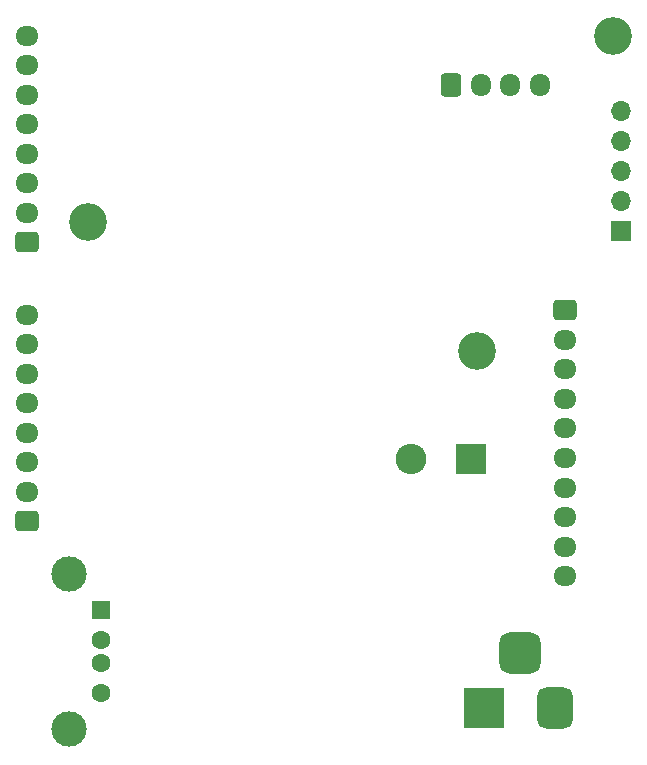
<source format=gbr>
%TF.GenerationSoftware,KiCad,Pcbnew,(6.0.1)*%
%TF.CreationDate,2022-05-20T18:22:20-05:00*%
%TF.ProjectId,esp32_2,65737033-325f-4322-9e6b-696361645f70,rev?*%
%TF.SameCoordinates,Original*%
%TF.FileFunction,Soldermask,Bot*%
%TF.FilePolarity,Negative*%
%FSLAX46Y46*%
G04 Gerber Fmt 4.6, Leading zero omitted, Abs format (unit mm)*
G04 Created by KiCad (PCBNEW (6.0.1)) date 2022-05-20 18:22:20*
%MOMM*%
%LPD*%
G01*
G04 APERTURE LIST*
G04 Aperture macros list*
%AMRoundRect*
0 Rectangle with rounded corners*
0 $1 Rounding radius*
0 $2 $3 $4 $5 $6 $7 $8 $9 X,Y pos of 4 corners*
0 Add a 4 corners polygon primitive as box body*
4,1,4,$2,$3,$4,$5,$6,$7,$8,$9,$2,$3,0*
0 Add four circle primitives for the rounded corners*
1,1,$1+$1,$2,$3*
1,1,$1+$1,$4,$5*
1,1,$1+$1,$6,$7*
1,1,$1+$1,$8,$9*
0 Add four rect primitives between the rounded corners*
20,1,$1+$1,$2,$3,$4,$5,0*
20,1,$1+$1,$4,$5,$6,$7,0*
20,1,$1+$1,$6,$7,$8,$9,0*
20,1,$1+$1,$8,$9,$2,$3,0*%
G04 Aperture macros list end*
%ADD10R,3.500000X3.500000*%
%ADD11RoundRect,0.750000X0.750000X1.000000X-0.750000X1.000000X-0.750000X-1.000000X0.750000X-1.000000X0*%
%ADD12RoundRect,0.875000X0.875000X0.875000X-0.875000X0.875000X-0.875000X-0.875000X0.875000X-0.875000X0*%
%ADD13RoundRect,0.250000X0.725000X-0.600000X0.725000X0.600000X-0.725000X0.600000X-0.725000X-0.600000X0*%
%ADD14O,1.950000X1.700000*%
%ADD15C,3.200000*%
%ADD16R,2.600000X2.600000*%
%ADD17O,2.600000X2.600000*%
%ADD18RoundRect,0.250000X-0.725000X0.600000X-0.725000X-0.600000X0.725000X-0.600000X0.725000X0.600000X0*%
%ADD19R,1.500000X1.600000*%
%ADD20C,1.600000*%
%ADD21C,3.000000*%
%ADD22RoundRect,0.250000X-0.600000X-0.725000X0.600000X-0.725000X0.600000X0.725000X-0.600000X0.725000X0*%
%ADD23O,1.700000X1.950000*%
%ADD24R,1.700000X1.700000*%
%ADD25O,1.700000X1.700000*%
G04 APERTURE END LIST*
D10*
%TO.C,Vin1*%
X171663900Y-87393100D03*
D11*
X177663900Y-87393100D03*
D12*
X174663900Y-82693100D03*
%TD*%
D13*
%TO.C,RFID1*%
X132928600Y-47955200D03*
D14*
X132928600Y-45455200D03*
X132928600Y-42955200D03*
X132928600Y-40455200D03*
X132928600Y-37955200D03*
X132928600Y-35455200D03*
X132928600Y-32955200D03*
X132928600Y-30455200D03*
%TD*%
D15*
%TO.C,T1*%
X182524400Y-30530800D03*
%TD*%
D13*
%TO.C,RFID2*%
X132928600Y-71589600D03*
D14*
X132928600Y-69089600D03*
X132928600Y-66589600D03*
X132928600Y-64089600D03*
X132928600Y-61589600D03*
X132928600Y-59089600D03*
X132928600Y-56589600D03*
X132928600Y-54089600D03*
%TD*%
D15*
%TO.C,T3*%
X171043600Y-57200800D03*
%TD*%
D16*
%TO.C,D4*%
X170535600Y-66294000D03*
D17*
X165455600Y-66294000D03*
%TD*%
D15*
%TO.C,T2*%
X138074400Y-46228000D03*
%TD*%
D18*
%TO.C,screen1*%
X178461000Y-53723200D03*
D14*
X178461000Y-56223200D03*
X178461000Y-58723200D03*
X178461000Y-61223200D03*
X178461000Y-63723200D03*
X178461000Y-66223200D03*
X178461000Y-68723200D03*
X178461000Y-71223200D03*
X178461000Y-73723200D03*
X178461000Y-76223200D03*
%TD*%
D19*
%TO.C,Teclado1*%
X139230900Y-79100000D03*
D20*
X139230900Y-81600000D03*
X139230900Y-83600000D03*
X139230900Y-86100000D03*
D21*
X136520900Y-89170000D03*
X136520900Y-76030000D03*
%TD*%
D22*
%TO.C,Sensitizer1*%
X168850000Y-34632500D03*
D23*
X171350000Y-34632500D03*
X173850000Y-34632500D03*
X176350000Y-34632500D03*
%TD*%
D24*
%TO.C,Program1*%
X183253700Y-46990000D03*
D25*
X183253700Y-44450000D03*
X183253700Y-41910000D03*
X183253700Y-39370000D03*
X183253700Y-36830000D03*
%TD*%
M02*

</source>
